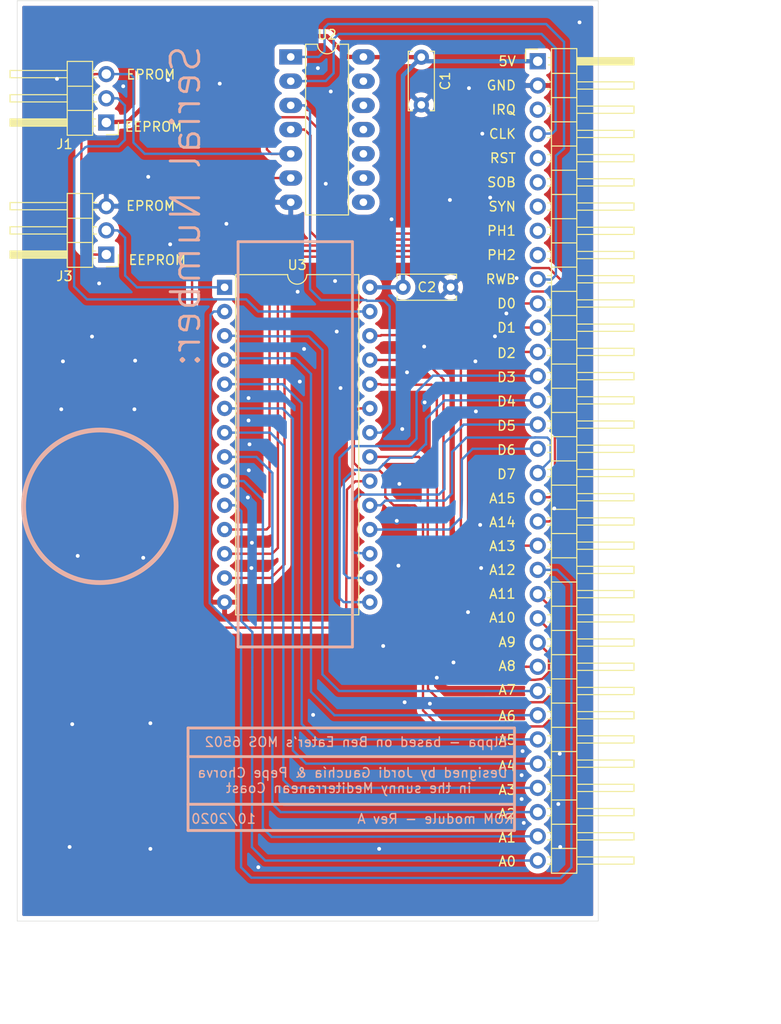
<source format=kicad_pcb>
(kicad_pcb (version 20171130) (host pcbnew "(5.1.5-0)")
  (layers (0 F.Cu signal) (31 B.Cu signal) (34 B.Paste user) (35 F.Paste user) (36 B.SilkS user) (37 F.SilkS user) (38 B.Mask user) (39 F.Mask user) (44 Edge.Cuts user))
  (net 0 "")
  (net 1 GND)
  (net 2 /CLK)
  (net 3 +5V)
  (net 4 /RWB)
  (net 5 /D0)
  (net 6 /D1)
  (net 7 /D2)
  (net 8 /D3)
  (net 9 /D4)
  (net 10 /D5)
  (net 11 /D6)
  (net 12 /D7)
  (net 13 /A15)
  (net 14 /A14)
  (net 15 /A13)
  (net 16 /A12)
  (net 17 /A11)
  (net 18 /A10)
  (net 19 /A9)
  (net 20 /A8)
  (net 21 /A7)
  (net 22 /A6)
  (net 23 /A5)
  (net 24 /A4)
  (net 25 /A3)
  (net 26 /A2)
  (net 27 /A1)
  (net 28 /A0)
  (net 29 /PIN1)
  (net 30 /PIN27)
  (net 31 /CE-CS)
  (net 32 /OE)
  (module Connector_PinHeader_2.54mm:PinHeader_1x03_P2.54mm_Horizontal (layer F.Cu) (at 109.675 75.005 180)
    (fp_text reference J1 (at 4.385 -2.27) (layer F.SilkS))
    (fp_text value Conn_01x03_Male)
    (pad 3 thru_hole oval (at 0 5.08 180) (size 1.7 1.7) (drill 1) (layers *.Cu *.Mask) (net 14 /A14))
    (pad 2 thru_hole oval (at 0 2.54 180) (size 1.7 1.7) (drill 1) (layers *.Cu *.Mask) (net 30 /PIN27))
    (pad 1 thru_hole rect (at 0 0 180) (size 1.7 1.7) (drill 1) (layers *.Cu *.Mask) (net 3 +5V))
  )
  (module Connector_PinHeader_2.54mm:PinHeader_1x34_P2.54mm_Horizontal (layer F.Cu) (at 154.94 68.58)
    (fp_text reference J2 hide)
    (fp_text value Conn_01x34_Male)
    (pad 1 thru_hole rect (at 0 0) (size 1.7 1.7) (drill 1) (layers *.Cu *.Mask) (net 3 +5V))
    (pad 2 thru_hole oval (at 0 2.54) (size 1.7 1.7) (drill 1) (layers *.Cu *.Mask) (net 1 GND))
    (pad 3 thru_hole oval (at 0 5.08) (size 1.7 1.7) (drill 1) (layers *.Cu *.Mask))
    (pad 4 thru_hole oval (at 0 7.62) (size 1.7 1.7) (drill 1) (layers *.Cu *.Mask) (net 2 /CLK))
    (pad 5 thru_hole oval (at 0 10.16) (size 1.7 1.7) (drill 1) (layers *.Cu *.Mask))
    (pad 6 thru_hole oval (at 0 12.7) (size 1.7 1.7) (drill 1) (layers *.Cu *.Mask))
    (pad 7 thru_hole oval (at 0 15.24) (size 1.7 1.7) (drill 1) (layers *.Cu *.Mask))
    (pad 8 thru_hole oval (at 0 17.78) (size 1.7 1.7) (drill 1) (layers *.Cu *.Mask))
    (pad 9 thru_hole oval (at 0 20.32) (size 1.7 1.7) (drill 1) (layers *.Cu *.Mask))
    (pad 10 thru_hole oval (at 0 22.86) (size 1.7 1.7) (drill 1) (layers *.Cu *.Mask) (net 4 /RWB))
    (pad 11 thru_hole oval (at 0 25.4) (size 1.7 1.7) (drill 1) (layers *.Cu *.Mask) (net 5 /D0))
    (pad 12 thru_hole oval (at 0 27.94) (size 1.7 1.7) (drill 1) (layers *.Cu *.Mask) (net 6 /D1))
    (pad 13 thru_hole oval (at 0 30.48) (size 1.7 1.7) (drill 1) (layers *.Cu *.Mask) (net 7 /D2))
    (pad 14 thru_hole oval (at 0 33.02) (size 1.7 1.7) (drill 1) (layers *.Cu *.Mask) (net 8 /D3))
    (pad 15 thru_hole oval (at 0 35.56) (size 1.7 1.7) (drill 1) (layers *.Cu *.Mask) (net 9 /D4))
    (pad 16 thru_hole oval (at 0 38.1) (size 1.7 1.7) (drill 1) (layers *.Cu *.Mask) (net 10 /D5))
    (pad 17 thru_hole oval (at 0 40.64) (size 1.7 1.7) (drill 1) (layers *.Cu *.Mask) (net 11 /D6))
    (pad 18 thru_hole oval (at 0 43.18) (size 1.7 1.7) (drill 1) (layers *.Cu *.Mask) (net 12 /D7))
    (pad 19 thru_hole oval (at 0 45.72) (size 1.7 1.7) (drill 1) (layers *.Cu *.Mask) (net 13 /A15))
    (pad 20 thru_hole oval (at 0 48.26) (size 1.7 1.7) (drill 1) (layers *.Cu *.Mask) (net 14 /A14))
    (pad 21 thru_hole oval (at 0 50.8) (size 1.7 1.7) (drill 1) (layers *.Cu *.Mask) (net 15 /A13))
    (pad 22 thru_hole oval (at 0 53.34) (size 1.7 1.7) (drill 1) (layers *.Cu *.Mask) (net 16 /A12))
    (pad 23 thru_hole oval (at 0 55.88) (size 1.7 1.7) (drill 1) (layers *.Cu *.Mask) (net 17 /A11))
    (pad 24 thru_hole oval (at 0 58.42) (size 1.7 1.7) (drill 1) (layers *.Cu *.Mask) (net 18 /A10))
    (pad 25 thru_hole oval (at 0 60.96) (size 1.7 1.7) (drill 1) (layers *.Cu *.Mask) (net 19 /A9))
    (pad 26 thru_hole oval (at 0 63.5) (size 1.7 1.7) (drill 1) (layers *.Cu *.Mask) (net 20 /A8))
    (pad 27 thru_hole oval (at 0 66.04) (size 1.7 1.7) (drill 1) (layers *.Cu *.Mask) (net 21 /A7))
    (pad 28 thru_hole oval (at 0 68.58) (size 1.7 1.7) (drill 1) (layers *.Cu *.Mask) (net 22 /A6))
    (pad 29 thru_hole oval (at 0 71.12) (size 1.7 1.7) (drill 1) (layers *.Cu *.Mask) (net 23 /A5))
    (pad 30 thru_hole oval (at 0 73.66) (size 1.7 1.7) (drill 1) (layers *.Cu *.Mask) (net 24 /A4))
    (pad 31 thru_hole oval (at 0 76.2) (size 1.7 1.7) (drill 1) (layers *.Cu *.Mask) (net 25 /A3))
    (pad 32 thru_hole oval (at 0 78.74) (size 1.7 1.7) (drill 1) (layers *.Cu *.Mask) (net 26 /A2))
    (pad 33 thru_hole oval (at 0 81.28) (size 1.7 1.7) (drill 1) (layers *.Cu *.Mask) (net 27 /A1))
    (pad 34 thru_hole oval (at 0 83.82) (size 1.7 1.7) (drill 1) (layers *.Cu *.Mask) (net 28 /A0))
  )
  (module Capacitor_THT:C_Disc_D6.0mm_W2.5mm_P5.00mm (layer F.Cu) (at 140.8 92.275)
    (fp_text reference C2 (at 2.5 0) (layer F.SilkS))
    (fp_text value 100µF)
    (pad 1 thru_hole circle (at 0 0) (size 1.6 1.6) (drill 0.8) (layers *.Cu *.Mask) (net 3 +5V))
    (pad 2 thru_hole circle (at 5 0) (size 1.6 1.6) (drill 0.8) (layers *.Cu *.Mask) (net 1 GND))
  )
  (module Package_DIP:DIP-14_W7.62mm_LongPads (layer F.Cu) (at 129.025 68.125)
    (fp_text reference U2 (at 3.81 -2.33) (layer F.SilkS))
    (fp_text value 74LS00)
    (pad 1 thru_hole rect (at 0 0) (size 2.4 1.6) (drill 0.8) (layers *.Cu *.Mask) (net 4 /RWB))
    (pad 8 thru_hole oval (at 7.62 15.24) (size 2.4 1.6) (drill 0.8) (layers *.Cu *.Mask))
    (pad 2 thru_hole oval (at 0 2.54) (size 2.4 1.6) (drill 0.8) (layers *.Cu *.Mask) (net 2 /CLK))
    (pad 9 thru_hole oval (at 7.62 12.7) (size 2.4 1.6) (drill 0.8) (layers *.Cu *.Mask))
    (pad 3 thru_hole oval (at 0 5.08) (size 2.4 1.6) (drill 0.8) (layers *.Cu *.Mask) (net 32 /OE))
    (pad 10 thru_hole oval (at 7.62 10.16) (size 2.4 1.6) (drill 0.8) (layers *.Cu *.Mask))
    (pad 4 thru_hole oval (at 0 7.62) (size 2.4 1.6) (drill 0.8) (layers *.Cu *.Mask) (net 13 /A15))
    (pad 11 thru_hole oval (at 7.62 7.62) (size 2.4 1.6) (drill 0.8) (layers *.Cu *.Mask))
    (pad 5 thru_hole oval (at 0 10.16) (size 2.4 1.6) (drill 0.8) (layers *.Cu *.Mask) (net 14 /A14))
    (pad 12 thru_hole oval (at 7.62 5.08) (size 2.4 1.6) (drill 0.8) (layers *.Cu *.Mask))
    (pad 6 thru_hole oval (at 0 12.7) (size 2.4 1.6) (drill 0.8) (layers *.Cu *.Mask) (net 31 /CE-CS))
    (pad 13 thru_hole oval (at 7.62 2.54) (size 2.4 1.6) (drill 0.8) (layers *.Cu *.Mask))
    (pad 7 thru_hole oval (at 0 15.24) (size 2.4 1.6) (drill 0.8) (layers *.Cu *.Mask) (net 1 GND))
    (pad 14 thru_hole oval (at 7.62 0) (size 2.4 1.6) (drill 0.8) (layers *.Cu *.Mask) (net 3 +5V))
  )
  (module Package_DIP:DIP-28_W15.24mm (layer F.Cu) (at 122.085 92.285)
    (fp_text reference U3 (at 7.62 -2.33) (layer F.SilkS))
    (fp_text value 27C512)
    (pad 1 thru_hole rect (at 0 0) (size 1.6 1.6) (drill 0.8) (layers *.Cu *.Mask) (net 29 /PIN1))
    (pad 15 thru_hole oval (at 15.24 33.02) (size 1.6 1.6) (drill 0.8) (layers *.Cu *.Mask) (net 8 /D3))
    (pad 2 thru_hole oval (at 0 2.54) (size 1.6 1.6) (drill 0.8) (layers *.Cu *.Mask) (net 16 /A12))
    (pad 16 thru_hole oval (at 15.24 30.48) (size 1.6 1.6) (drill 0.8) (layers *.Cu *.Mask) (net 9 /D4))
    (pad 3 thru_hole oval (at 0 5.08) (size 1.6 1.6) (drill 0.8) (layers *.Cu *.Mask) (net 21 /A7))
    (pad 17 thru_hole oval (at 15.24 27.94) (size 1.6 1.6) (drill 0.8) (layers *.Cu *.Mask) (net 10 /D5))
    (pad 4 thru_hole oval (at 0 7.62) (size 1.6 1.6) (drill 0.8) (layers *.Cu *.Mask) (net 22 /A6))
    (pad 18 thru_hole oval (at 15.24 25.4) (size 1.6 1.6) (drill 0.8) (layers *.Cu *.Mask) (net 11 /D6))
    (pad 5 thru_hole oval (at 0 10.16) (size 1.6 1.6) (drill 0.8) (layers *.Cu *.Mask) (net 23 /A5))
    (pad 19 thru_hole oval (at 15.24 22.86) (size 1.6 1.6) (drill 0.8) (layers *.Cu *.Mask) (net 12 /D7))
    (pad 6 thru_hole oval (at 0 12.7) (size 1.6 1.6) (drill 0.8) (layers *.Cu *.Mask) (net 24 /A4))
    (pad 20 thru_hole oval (at 15.24 20.32) (size 1.6 1.6) (drill 0.8) (layers *.Cu *.Mask) (net 31 /CE-CS))
    (pad 7 thru_hole oval (at 0 15.24) (size 1.6 1.6) (drill 0.8) (layers *.Cu *.Mask) (net 25 /A3))
    (pad 21 thru_hole oval (at 15.24 17.78) (size 1.6 1.6) (drill 0.8) (layers *.Cu *.Mask) (net 18 /A10))
    (pad 8 thru_hole oval (at 0 17.78) (size 1.6 1.6) (drill 0.8) (layers *.Cu *.Mask) (net 26 /A2))
    (pad 22 thru_hole oval (at 15.24 15.24) (size 1.6 1.6) (drill 0.8) (layers *.Cu *.Mask) (net 32 /OE))
    (pad 9 thru_hole oval (at 0 20.32) (size 1.6 1.6) (drill 0.8) (layers *.Cu *.Mask) (net 27 /A1))
    (pad 23 thru_hole oval (at 15.24 12.7) (size 1.6 1.6) (drill 0.8) (layers *.Cu *.Mask) (net 17 /A11))
    (pad 10 thru_hole oval (at 0 22.86) (size 1.6 1.6) (drill 0.8) (layers *.Cu *.Mask) (net 28 /A0))
    (pad 24 thru_hole oval (at 15.24 10.16) (size 1.6 1.6) (drill 0.8) (layers *.Cu *.Mask) (net 19 /A9))
    (pad 11 thru_hole oval (at 0 25.4) (size 1.6 1.6) (drill 0.8) (layers *.Cu *.Mask) (net 5 /D0))
    (pad 25 thru_hole oval (at 15.24 7.62) (size 1.6 1.6) (drill 0.8) (layers *.Cu *.Mask) (net 20 /A8))
    (pad 12 thru_hole oval (at 0 27.94) (size 1.6 1.6) (drill 0.8) (layers *.Cu *.Mask) (net 6 /D1))
    (pad 26 thru_hole oval (at 15.24 5.08) (size 1.6 1.6) (drill 0.8) (layers *.Cu *.Mask) (net 15 /A13))
    (pad 13 thru_hole oval (at 0 30.48) (size 1.6 1.6) (drill 0.8) (layers *.Cu *.Mask) (net 7 /D2))
    (pad 27 thru_hole oval (at 15.24 2.54) (size 1.6 1.6) (drill 0.8) (layers *.Cu *.Mask) (net 30 /PIN27))
    (pad 14 thru_hole oval (at 0 33.02) (size 1.6 1.6) (drill 0.8) (layers *.Cu *.Mask) (net 1 GND))
    (pad 28 thru_hole oval (at 15.24 0) (size 1.6 1.6) (drill 0.8) (layers *.Cu *.Mask) (net 3 +5V))
  )
  (module Connector_PinHeader_2.54mm:PinHeader_1x03_P2.54mm_Horizontal (layer F.Cu) (at 109.675 88.855 180)
    (fp_text reference J3 (at 4.385 -2.27) (layer F.SilkS))
    (fp_text value Conn_01x03_Male)
    (pad 1 thru_hole rect (at 0 0 180) (size 1.7 1.7) (drill 1) (layers *.Cu *.Mask) (net 14 /A14))
    (pad 2 thru_hole oval (at 0 2.54 180) (size 1.7 1.7) (drill 1) (layers *.Cu *.Mask) (net 29 /PIN1))
    (pad 3 thru_hole oval (at 0 5.08 180) (size 1.7 1.7) (drill 1) (layers *.Cu *.Mask) (net 1 GND))
  )
  (module Capacitor_THT:C_Disc_D6.0mm_W2.5mm_P5.00mm (layer F.Cu) (at 142.725 68.15 270)
    (fp_text reference C1 (at 2.5 -2.5 90) (layer F.SilkS))
    (fp_text value 100µF)
    (pad 1 thru_hole circle (at 0 0 270) (size 1.6 1.6) (drill 0.8) (layers *.Cu *.Mask) (net 3 +5V))
    (pad 2 thru_hole circle (at 5 0 270) (size 1.6 1.6) (drill 0.8) (layers *.Cu *.Mask) (net 1 GND))
  )
  (gr_text EPROM (at 114.35 69.975) (layer F.SilkS) (effects (font (size 1 1))))
  (gr_text EPROM (at 114.325 83.75) (layer F.SilkS) (effects (font (size 1 1))))
  (gr_text EEPROM (at 115.025 89.425) (layer F.SilkS) (effects (font (size 1 1))))
  (gr_text EEPROM (at 114.625 75.45) (layer F.SilkS) (effects (font (size 1 1))))
  (gr_text "Elppa - based on Ben Eater’s MOS 6502 \n\nDesigned by Jordi Gauchía & Pepe Chorva\n in the sunny Mediterranean Coast\n\nROM module - Rev A              10/2020" (at 135.5 144) (layer B.SilkS) (effects (font (size 1 1)) (justify mirror)))
  (gr_text "Serial Number:" (at 118 83.75 90) (layer B.SilkS) (effects (font (size 3 3) (thickness 0.3)) (justify mirror)))
  (gr_line (start 123.5 130) (end 123.5 87.5) (layer B.SilkS) (width 0.3))
  (gr_line (start 135.5 130) (end 123.5 130) (layer B.SilkS) (width 0.3))
  (gr_line (start 135.5 87.5) (end 135.5 130) (layer B.SilkS) (width 0.3))
  (gr_line (start 123.5 87.5) (end 135.5 87.5) (layer B.SilkS) (width 0.3))
  (gr_line (start 118.25 145.5) (end 118.25 142.5) (layer B.SilkS) (width 0.12))
  (gr_line (start 152.5 146.5) (end 118.25 146.5) (layer B.SilkS) (width 0.3))
  (gr_line (start 152.5 142.5) (end 152.5 145.5) (layer B.SilkS) (width 0.12))
  (gr_line (start 118.25 141.5) (end 152.5 141.5) (layer B.SilkS) (width 0.3))
  (gr_circle (center 109 115.25) (end 117 115.25) (layer B.SilkS) (width 0.5))
  (gr_line (start 118.25 138.5) (end 152.5 138.5) (layer B.SilkS) (width 0.3))
  (gr_line (start 118.25 149.25) (end 118.25 138.5) (layer B.SilkS) (width 0.3))
  (gr_line (start 152.5 149.25) (end 118.25 149.25) (layer B.SilkS) (width 0.3))
  (gr_line (start 152.5 138.5) (end 152.5 149.25) (layer B.SilkS) (width 0.3))
  (gr_text A0 (at 151.733143 152.5) (layer F.SilkS) (effects (font (size 1 1))))
  (gr_text A1 (at 151.733143 150) (layer F.SilkS) (effects (font (size 1 1))))
  (gr_text A2 (at 151.733143 147.5) (layer F.SilkS) (effects (font (size 1 1))))
  (gr_text A3 (at 151.733143 145) (layer F.SilkS) (effects (font (size 1 1))))
  (gr_text A4 (at 151.733143 142.5) (layer F.SilkS) (effects (font (size 1 1))))
  (gr_text A5 (at 151.733143 139.75) (layer F.SilkS) (effects (font (size 1 1))))
  (gr_text A6 (at 151.733143 137.25) (layer F.SilkS) (effects (font (size 1 1))))
  (gr_text A7 (at 151.733143 134.5) (layer F.SilkS) (effects (font (size 1 1))))
  (gr_text A8 (at 151.733143 132) (layer F.SilkS) (effects (font (size 1 1))))
  (gr_text A9 (at 151.733143 129.5) (layer F.SilkS) (effects (font (size 1 1))))
  (gr_text A10 (at 152.712905 126.927) (layer F.SilkS) (effects (font (size 1 1)) (justify right)))
  (gr_text A11 (at 152.712905 124.427) (layer F.SilkS) (effects (font (size 1 1)) (justify right)))
  (gr_text A12 (at 152.712905 121.927) (layer F.SilkS) (effects (font (size 1 1)) (justify right)))
  (gr_text A13 (at 152.712905 119.427) (layer F.SilkS) (effects (font (size 1 1)) (justify right)))
  (gr_text A14 (at 152.712905 116.927) (layer F.SilkS) (effects (font (size 1 1)) (justify right)))
  (gr_text A15 (at 152.712905 114.427) (layer F.SilkS) (effects (font (size 1 1)) (justify right)))
  (gr_text D6 (at 151.661714 109.347) (layer F.SilkS) (effects (font (size 1 1))))
  (gr_text D7 (at 151.661714 111.887) (layer F.SilkS) (effects (font (size 1 1))))
  (gr_text D5 (at 151.661714 106.807) (layer F.SilkS) (effects (font (size 1 1))))
  (gr_text D4 (at 151.661714 104.267) (layer F.SilkS) (effects (font (size 1 1))))
  (gr_text D2 (at 151.661714 99.187) (layer F.SilkS) (effects (font (size 1 1))))
  (gr_text D3 (at 151.661714 101.727) (layer F.SilkS) (effects (font (size 1 1))))
  (gr_text D1 (at 151.661714 96.52) (layer F.SilkS) (effects (font (size 1 1))))
  (gr_text D0 (at 151.661714 93.98) (layer F.SilkS) (effects (font (size 1 1))))
  (gr_text RWB (at 151.066476 91.44) (layer F.SilkS) (effects (font (size 1 1))))
  (gr_text PH2 (at 151.137905 88.9) (layer F.SilkS) (effects (font (size 1 1))))
  (gr_text PH1 (at 151.137905 86.36) (layer F.SilkS) (effects (font (size 1 1))))
  (gr_text SYN (at 151.209333 83.82) (layer F.SilkS) (effects (font (size 1 1))))
  (gr_text SOB (at 151.137905 81.28) (layer F.SilkS) (effects (font (size 1 1))))
  (gr_text RST (at 151.280762 78.74) (layer F.SilkS) (effects (font (size 1 1))))
  (gr_text CLK (at 151.233143 76.2) (layer F.SilkS) (effects (font (size 1 1))))
  (gr_text IRQ (at 151.376 73.66) (layer F.SilkS) (effects (font (size 1 1))))
  (gr_text GND (at 151.114095 71.12) (layer F.SilkS) (effects (font (size 1 1))))
  (gr_text 5V (at 151.733143 68.58) (layer F.SilkS) (effects (font (size 1 1))))
  (gr_line (start 100.33 62.23) (end 161.29 62.23) (layer Edge.Cuts) (width 0.05))
  (gr_line (start 100.33 158.75) (end 100.33 62.23) (layer Edge.Cuts) (width 0.05))
  (gr_line (start 161.29 158.75) (end 100.33 158.75) (layer Edge.Cuts) (width 0.05))
  (gr_line (start 161.29 63.5) (end 161.29 62.23) (layer Edge.Cuts) (width 0.05))
  (gr_line (start 161.29 63.5) (end 161.29 158.75) (layer Edge.Cuts) (width 0.05))
  (via (at 105.125 100.05) (size 0.8) (drill 0.4) (layers F.Cu B.Cu) (net 1))
  (via (at 112.7 99.975) (size 0.8) (drill 0.4) (layers F.Cu B.Cu) (net 1))
  (via (at 104.95 105.075) (size 0.8) (drill 0.4) (layers F.Cu B.Cu) (net 1))
  (via (at 112.625 105.075) (size 0.8) (drill 0.4) (layers F.Cu B.Cu) (net 1))
  (via (at 150.45 97.425) (size 0.8) (drill 0.4) (layers F.Cu B.Cu) (net 1))
  (via (at 148.4 100.05) (size 0.8) (drill 0.4) (layers F.Cu B.Cu) (net 1))
  (via (at 143.025 98.5) (size 0.8) (drill 0.4) (layers F.Cu B.Cu) (net 1))
  (via (at 141.225 101.2) (size 0.8) (drill 0.4) (layers F.Cu B.Cu) (net 1))
  (via (at 140.725 107.15) (size 0.8) (drill 0.4) (layers F.Cu B.Cu) (net 1))
  (via (at 143.075 104.35) (size 0.8) (drill 0.4) (layers F.Cu B.Cu) (net 1))
  (via (at 148.45 105.3) (size 0.8) (drill 0.4) (layers F.Cu B.Cu) (net 1))
  (via (at 148.9 117.2) (size 0.8) (drill 0.4) (layers F.Cu B.Cu) (net 1))
  (via (at 149 121.725) (size 0.8) (drill 0.4) (layers F.Cu B.Cu) (net 1))
  (via (at 140.975 135.8) (size 0.8) (drill 0.4) (layers F.Cu B.Cu) (net 1))
  (via (at 143.625 135.95) (size 0.8) (drill 0.4) (layers F.Cu B.Cu) (net 1))
  (via (at 146.1 131.625) (size 0.8) (drill 0.4) (layers F.Cu B.Cu) (net 1))
  (via (at 144.35 133.225) (size 0.8) (drill 0.4) (layers F.Cu B.Cu) (net 1))
  (via (at 149.125 76.175) (size 0.8) (drill 0.4) (layers F.Cu B.Cu) (net 1))
  (via (at 133.225 71.75) (size 0.8) (drill 0.4) (layers F.Cu B.Cu) (net 1))
  (via (at 151.65 95.025) (size 0.8) (drill 0.4) (layers F.Cu B.Cu) (net 1))
  (via (at 133.85 96.925) (size 0.8) (drill 0.4) (layers F.Cu B.Cu) (net 1))
  (via (at 108.175 97.45) (size 0.8) (drill 0.4) (layers F.Cu B.Cu) (net 1))
  (via (at 108.925 91.875) (size 0.8) (drill 0.4) (layers F.Cu B.Cu) (net 1))
  (via (at 130.425 98.75) (size 0.8) (drill 0.4) (layers F.Cu B.Cu) (net 1))
  (via (at 129.975 102.175) (size 0.8) (drill 0.4) (layers F.Cu B.Cu) (net 1))
  (via (at 124.6 106.25) (size 0.8) (drill 0.4) (layers F.Cu B.Cu) (net 1))
  (via (at 124.6 103.9) (size 0.8) (drill 0.4) (layers F.Cu B.Cu) (net 1))
  (via (at 124.7 108.75) (size 0.8) (drill 0.4) (layers F.Cu B.Cu) (net 1))
  (via (at 124.625 111.475) (size 0.8) (drill 0.4) (layers F.Cu B.Cu) (net 1))
  (via (at 124.525 114.325) (size 0.8) (drill 0.4) (layers F.Cu B.Cu) (net 1))
  (via (at 140.425 112.9) (size 0.8) (drill 0.4) (layers F.Cu B.Cu) (net 1))
  (via (at 140.15 116.775) (size 0.8) (drill 0.4) (layers F.Cu B.Cu) (net 1))
  (via (at 106.675 120.45) (size 0.8) (drill 0.4) (layers F.Cu B.Cu) (net 1))
  (via (at 113.55 120.65) (size 0.8) (drill 0.4) (layers F.Cu B.Cu) (net 1))
  (via (at 106.1 138.1) (size 0.8) (drill 0.4) (layers F.Cu B.Cu) (net 1))
  (via (at 114.3 138) (size 0.8) (drill 0.4) (layers F.Cu B.Cu) (net 1))
  (via (at 105.825 150.975) (size 0.8) (drill 0.4) (layers F.Cu B.Cu) (net 1))
  (via (at 114.3 151.175) (size 0.8) (drill 0.4) (layers F.Cu B.Cu) (net 1))
  (via (at 124.9 121.725) (size 0.8) (drill 0.4) (layers F.Cu B.Cu) (net 1))
  (via (at 124.95 119.075) (size 0.8) (drill 0.4) (layers F.Cu B.Cu) (net 1))
  (via (at 138.725 129.9) (size 0.8) (drill 0.4) (layers F.Cu B.Cu) (net 1))
  (via (at 147.625 126.35) (size 0.8) (drill 0.4) (layers F.Cu B.Cu) (net 1))
  (via (at 140.325 121.475) (size 0.8) (drill 0.4) (layers F.Cu B.Cu) (net 1))
  (via (at 134.25 102.85) (size 0.8) (drill 0.4) (layers F.Cu B.Cu) (net 1))
  (via (at 129.75 92.75) (size 0.8) (drill 0.4) (layers F.Cu B.Cu) (net 1))
  (via (at 133.675 91.625) (size 0.8) (drill 0.4) (layers F.Cu B.Cu) (net 1))
  (via (at 139.6 85.15) (size 0.8) (drill 0.4) (layers F.Cu B.Cu) (net 1))
  (via (at 122.275 85.625) (size 0.8) (drill 0.4) (layers F.Cu B.Cu) (net 1))
  (via (at 145.725 83.125) (size 0.8) (drill 0.4) (layers F.Cu B.Cu) (net 1))
  (via (at 132.7 81.425) (size 0.8) (drill 0.4) (layers F.Cu B.Cu) (net 1))
  (via (at 121.575 70.925) (size 0.8) (drill 0.4) (layers F.Cu B.Cu) (net 1))
  (via (at 114.075 80.7) (size 0.8) (drill 0.4) (layers F.Cu B.Cu) (net 1))
  (via (at 147.725 71.4) (size 0.8) (drill 0.4) (layers F.Cu B.Cu) (net 1))
  (via (at 138.3 151.175) (size 0.8) (drill 0.4) (layers F.Cu B.Cu) (net 1))
  (via (at 125.625 153.1) (size 0.8) (drill 0.4) (layers F.Cu B.Cu) (net 1))
  (via (at 153.475 148.45) (size 0.8) (drill 0.4) (layers F.Cu B.Cu) (net 1))
  (via (at 153.25 145.95) (size 0.8) (drill 0.4) (layers F.Cu B.Cu) (net 1))
  (via (at 153.25 143.45) (size 0.8) (drill 0.4) (layers F.Cu B.Cu) (net 1))
  (via (at 153.35 140.925) (size 0.8) (drill 0.4) (layers F.Cu B.Cu) (net 1))
  (via (at 131.375 137.125) (size 0.8) (drill 0.4) (layers F.Cu B.Cu) (net 1))
  (via (at 157.25 141.2) (size 0.8) (drill 0.4) (layers F.Cu B.Cu) (net 1))
  (via (at 157.1 146.475) (size 0.8) (drill 0.4) (layers F.Cu B.Cu) (net 1))
  (via (at 157.3 150.975) (size 0.8) (drill 0.4) (layers F.Cu B.Cu) (net 1))
  (via (at 159.325 64.5) (size 0.8) (drill 0.4) (layers F.Cu B.Cu) (net 1))
  (via (at 156.675 115.475) (size 0.8) (drill 0.4) (layers F.Cu B.Cu) (net 1))
  (via (at 152.725 91.325) (size 0.8) (drill 0.4) (layers F.Cu B.Cu) (net 1))
  (via (at 111.45 71.2) (size 0.8) (drill 0.4) (layers F.Cu B.Cu) (net 1))
  (via (at 131.875 69.3) (size 0.8) (drill 0.4) (layers F.Cu B.Cu) (net 1))
  (via (at 116.15 70.55) (size 0.8) (drill 0.4) (layers F.Cu B.Cu) (net 1))
  (via (at 104.5 70.425) (size 0.8) (drill 0.4) (layers F.Cu B.Cu) (net 1))
  (via (at 116.375 87.775) (size 0.8) (drill 0.4) (layers F.Cu B.Cu) (net 1))
  (via (at 149.95 82.875) (size 0.8) (drill 0.4) (layers F.Cu B.Cu) (net 1))
  (segment (start 156.475 76.15) (end 154.94 76.2) (width 0.25) (layer B.Cu) (net 2))
  (segment (start 156.825 67.2) (end 156.825 75.8) (width 0.25) (layer B.Cu) (net 2))
  (segment (start 133.525 66.25) (end 134.06 65.715) (width 0.25) (layer B.Cu) (net 2))
  (segment (start 155.34 65.715) (end 156.825 67.2) (width 0.25) (layer B.Cu) (net 2))
  (segment (start 133.525 69.825) (end 133.525 66.25) (width 0.25) (layer B.Cu) (net 2))
  (segment (start 156.825 75.8) (end 156.475 76.15) (width 0.25) (layer B.Cu) (net 2))
  (segment (start 134.06 65.715) (end 155.34 65.715) (width 0.25) (layer B.Cu) (net 2))
  (segment (start 130.475 70.665) (end 130.49 70.65) (width 0.25) (layer B.Cu) (net 2))
  (segment (start 132.7 70.65) (end 133.525 69.825) (width 0.25) (layer B.Cu) (net 2))
  (segment (start 130.49 70.65) (end 132.7 70.65) (width 0.25) (layer B.Cu) (net 2))
  (segment (start 129.025 70.665) (end 130.475 70.665) (width 0.25) (layer B.Cu) (net 2))
  (segment (start 143.155 68.58) (end 142.725 68.15) (width 0.45) (layer B.Cu) (net 3))
  (segment (start 154.94 68.58) (end 143.155 68.58) (width 0.45) (layer B.Cu) (net 3))
  (segment (start 136.67 68.15) (end 136.645 68.125) (width 0.45) (layer B.Cu) (net 3))
  (segment (start 140.79 92.285) (end 140.8 92.275) (width 0.45) (layer B.Cu) (net 3))
  (segment (start 137.325 92.285) (end 140.79 92.285) (width 0.45) (layer B.Cu) (net 3))
  (segment (start 140.8 70.075) (end 142.725 68.15) (width 0.45) (layer B.Cu) (net 3))
  (segment (start 140.8 92.275) (end 140.8 70.075) (width 0.45) (layer B.Cu) (net 3))
  (segment (start 136.67 68.15) (end 136.645 68.125) (width 0.45) (layer F.Cu) (net 3))
  (segment (start 142.725 68.15) (end 136.67 68.15) (width 0.45) (layer F.Cu) (net 3))
  (segment (start 112 74.875) (end 109.675 75.005) (width 0.45) (layer F.Cu) (net 3))
  (segment (start 113.45 73.425) (end 112 74.875) (width 0.45) (layer F.Cu) (net 3))
  (segment (start 134.995 68.125) (end 132.82 65.95) (width 0.45) (layer F.Cu) (net 3))
  (segment (start 116.15 65.95) (end 113.45 68.65) (width 0.45) (layer F.Cu) (net 3))
  (segment (start 136.645 68.125) (end 134.995 68.125) (width 0.45) (layer F.Cu) (net 3))
  (segment (start 132.82 65.95) (end 116.15 65.95) (width 0.45) (layer F.Cu) (net 3))
  (segment (start 113.45 68.65) (end 113.45 73.425) (width 0.45) (layer F.Cu) (net 3))
  (segment (start 156.375 91.475) (end 154.94 91.44) (width 0.25) (layer B.Cu) (net 4))
  (segment (start 157.625 77.8) (end 156.85 78.475) (width 0.25) (layer B.Cu) (net 4))
  (segment (start 156.85 78.475) (end 156.85 91) (width 0.25) (layer B.Cu) (net 4))
  (segment (start 157.7 66.55) (end 157.7 77.725) (width 0.25) (layer B.Cu) (net 4))
  (segment (start 156.85 91) (end 156.375 91.475) (width 0.25) (layer B.Cu) (net 4))
  (segment (start 155.825 64.675) (end 157.7 66.55) (width 0.25) (layer B.Cu) (net 4))
  (segment (start 132.95 64.675) (end 155.825 64.675) (width 0.25) (layer B.Cu) (net 4))
  (segment (start 157.7 77.725) (end 157.625 77.8) (width 0.25) (layer B.Cu) (net 4))
  (segment (start 131.95 68.125) (end 132.575 67.5) (width 0.25) (layer B.Cu) (net 4))
  (segment (start 132.575 67.5) (end 132.575 65.05) (width 0.25) (layer B.Cu) (net 4))
  (segment (start 132.575 65.05) (end 132.95 64.675) (width 0.25) (layer B.Cu) (net 4))
  (segment (start 129.025 68.125) (end 131.95 68.125) (width 0.25) (layer B.Cu) (net 4))
  (segment (start 150.675 93.15) (end 151.5 93.975) (width 0.25) (layer F.Cu) (net 5))
  (segment (start 150.675 88.65) (end 150.675 93.15) (width 0.25) (layer F.Cu) (net 5))
  (segment (start 151.5 93.975) (end 154.94 93.98) (width 0.25) (layer F.Cu) (net 5))
  (segment (start 149.925 87.9) (end 150.675 88.65) (width 0.25) (layer F.Cu) (net 5))
  (segment (start 126.8 117.375) (end 126.8 89.975) (width 0.25) (layer F.Cu) (net 5))
  (segment (start 128.875 87.9) (end 149.925 87.9) (width 0.25) (layer F.Cu) (net 5))
  (segment (start 126.8 89.975) (end 128.875 87.9) (width 0.25) (layer F.Cu) (net 5))
  (segment (start 126.49 117.685) (end 126.8 117.375) (width 0.25) (layer F.Cu) (net 5))
  (segment (start 122.085 117.685) (end 126.49 117.685) (width 0.25) (layer F.Cu) (net 5))
  (segment (start 150.65 96.5) (end 151.675 96.475) (width 0.25) (layer F.Cu) (net 6))
  (segment (start 149.875 95.725) (end 150.65 96.5) (width 0.25) (layer F.Cu) (net 6))
  (segment (start 151.675 96.475) (end 154.94 96.52) (width 0.25) (layer F.Cu) (net 6))
  (segment (start 149.875 89.125) (end 149.875 95.725) (width 0.25) (layer F.Cu) (net 6))
  (segment (start 127.075 120.225) (end 127.675 119.625) (width 0.25) (layer F.Cu) (net 6))
  (segment (start 127.675 90.025) (end 129.225 88.475) (width 0.25) (layer F.Cu) (net 6))
  (segment (start 127.675 119.625) (end 127.675 90.025) (width 0.25) (layer F.Cu) (net 6))
  (segment (start 149.225 88.475) (end 149.875 89.125) (width 0.25) (layer F.Cu) (net 6))
  (segment (start 129.225 88.475) (end 149.225 88.475) (width 0.25) (layer F.Cu) (net 6))
  (segment (start 122.085 120.225) (end 127.075 120.225) (width 0.25) (layer F.Cu) (net 6))
  (segment (start 128.375 121.325) (end 128.375 90.45) (width 0.25) (layer F.Cu) (net 7))
  (segment (start 126.935 122.765) (end 128.375 121.325) (width 0.25) (layer F.Cu) (net 7))
  (segment (start 128.375 90.45) (end 129.75 89.075) (width 0.25) (layer F.Cu) (net 7))
  (segment (start 122.085 122.765) (end 126.935 122.765) (width 0.25) (layer F.Cu) (net 7))
  (segment (start 149.025 89.725) (end 149.025 98.1) (width 0.25) (layer F.Cu) (net 7))
  (segment (start 149.985 99.06) (end 154.94 99.06) (width 0.25) (layer F.Cu) (net 7))
  (segment (start 149.025 98.1) (end 149.985 99.06) (width 0.25) (layer F.Cu) (net 7))
  (segment (start 143.975 89.1) (end 148.375 89.1) (width 0.25) (layer F.Cu) (net 7))
  (segment (start 129.75 89.075) (end 143.95 89.075) (width 0.25) (layer F.Cu) (net 7))
  (segment (start 143.95 89.075) (end 143.975 89.1) (width 0.25) (layer F.Cu) (net 7))
  (segment (start 148.375 89.1) (end 149.025 89.725) (width 0.25) (layer F.Cu) (net 7))
  (segment (start 136.19363 125.305) (end 137.325 125.305) (width 0.25) (layer B.Cu) (net 8))
  (segment (start 136.18863 125.3) (end 136.19363 125.305) (width 0.25) (layer B.Cu) (net 8))
  (segment (start 134.625 125.3) (end 136.18863 125.3) (width 0.25) (layer B.Cu) (net 8))
  (segment (start 134.55 125.275) (end 134.625 125.3) (width 0.25) (layer B.Cu) (net 8))
  (segment (start 142.225 108.15) (end 141.435001 108.939999) (width 0.25) (layer B.Cu) (net 8))
  (segment (start 142.225 103.275) (end 142.225 108.15) (width 0.25) (layer B.Cu) (net 8))
  (segment (start 141.435001 108.939999) (end 135.385001 108.939999) (width 0.25) (layer B.Cu) (net 8))
  (segment (start 143.95 101.55) (end 142.225 103.275) (width 0.25) (layer B.Cu) (net 8))
  (segment (start 153.687919 101.55) (end 143.95 101.55) (width 0.25) (layer B.Cu) (net 8))
  (segment (start 153.737919 101.6) (end 153.687919 101.55) (width 0.25) (layer B.Cu) (net 8))
  (segment (start 154.94 101.6) (end 153.737919 101.6) (width 0.25) (layer B.Cu) (net 8))
  (segment (start 134.14999 124.880812) (end 134.14999 110.15001) (width 0.25) (layer B.Cu) (net 8))
  (segment (start 134.14999 110.15001) (end 134.375 109.925) (width 0.25) (layer B.Cu) (net 8))
  (segment (start 134.334589 125.065411) (end 134.14999 124.880812) (width 0.25) (layer B.Cu) (net 8))
  (segment (start 134.334589 125.065411) (end 134.55 125.275) (width 0.25) (layer B.Cu) (net 8))
  (segment (start 135.385001 108.939999) (end 134.375 109.925) (width 0.25) (layer B.Cu) (net 8))
  (segment (start 135.065 122.765) (end 137.325 122.765) (width 0.25) (layer B.Cu) (net 9))
  (segment (start 143.225 106.075) (end 145.16 104.14) (width 0.25) (layer B.Cu) (net 9))
  (segment (start 154.94 104.14) (end 145.16 104.14) (width 0.25) (layer B.Cu) (net 9))
  (segment (start 143.225 108.75) (end 143.15 108.75) (width 0.25) (layer B.Cu) (net 9))
  (segment (start 143.225 108.75) (end 143.225 106.075) (width 0.25) (layer B.Cu) (net 9))
  (segment (start 143.15 108.75) (end 141.75 110.15) (width 0.25) (layer B.Cu) (net 9))
  (segment (start 139.45 110.15) (end 138.175 111.425) (width 0.25) (layer B.Cu) (net 9))
  (segment (start 141.75 110.15) (end 139.45 110.15) (width 0.25) (layer B.Cu) (net 9))
  (segment (start 135.868903 111.443903) (end 135.656097 111.443903) (width 0.25) (layer B.Cu) (net 9))
  (segment (start 138.175 111.425) (end 135.868903 111.443903) (width 0.25) (layer B.Cu) (net 9))
  (segment (start 134.6 112.5) (end 134.6 122.3) (width 0.25) (layer B.Cu) (net 9))
  (segment (start 135.656097 111.443903) (end 134.6 112.5) (width 0.25) (layer B.Cu) (net 9))
  (segment (start 134.6 122.3) (end 135.065 122.765) (width 0.25) (layer B.Cu) (net 9))
  (segment (start 145.15 113.45) (end 145.15 108.6) (width 0.25) (layer B.Cu) (net 10))
  (segment (start 144.580001 114.019999) (end 145.15 113.45) (width 0.25) (layer B.Cu) (net 10))
  (segment (start 136.180001 114.019999) (end 144.580001 114.019999) (width 0.25) (layer B.Cu) (net 10))
  (segment (start 135.475 114.725) (end 136.180001 114.019999) (width 0.25) (layer B.Cu) (net 10))
  (segment (start 135.475 119.9) (end 135.475 114.725) (width 0.25) (layer B.Cu) (net 10))
  (segment (start 135.7 120.125) (end 135.475 119.9) (width 0.25) (layer B.Cu) (net 10))
  (segment (start 137.325 120.225) (end 135.7 120.125) (width 0.25) (layer B.Cu) (net 10))
  (segment (start 147.17 106.68) (end 146.125 107.725) (width 0.25) (layer B.Cu) (net 10))
  (segment (start 154.94 106.68) (end 147.17 106.68) (width 0.25) (layer B.Cu) (net 10))
  (segment (start 146.125 107.725) (end 145.15 108.6) (width 0.25) (layer B.Cu) (net 10))
  (segment (start 145.64 117.685) (end 146.925 116.4) (width 0.25) (layer B.Cu) (net 11))
  (segment (start 137.325 117.685) (end 145.64 117.685) (width 0.25) (layer B.Cu) (net 11))
  (segment (start 154.94 109.22) (end 148.105 109.22) (width 0.25) (layer B.Cu) (net 11))
  (segment (start 146.975 110.35) (end 146.975 114.6) (width 0.25) (layer B.Cu) (net 11))
  (segment (start 148.105 109.22) (end 146.975 110.35) (width 0.25) (layer B.Cu) (net 11))
  (segment (start 146.925 116.4) (end 146.975 114.6) (width 0.25) (layer B.Cu) (net 11))
  (segment (start 156.3 110.4) (end 154.94 111.76) (width 0.25) (layer B.Cu) (net 12))
  (segment (start 156.3 108.4) (end 156.3 110.4) (width 0.25) (layer B.Cu) (net 12))
  (segment (start 154.65 108.025) (end 155.944999 108.044999) (width 0.25) (layer B.Cu) (net 12))
  (segment (start 155.944999 108.044999) (end 156.3 108.4) (width 0.25) (layer B.Cu) (net 12))
  (segment (start 147.459087 108.040913) (end 154.634087 108.040913) (width 0.25) (layer B.Cu) (net 12))
  (segment (start 145.95 109.55) (end 147.459087 108.040913) (width 0.25) (layer B.Cu) (net 12))
  (segment (start 145.95 113.9) (end 145.95 109.55) (width 0.25) (layer B.Cu) (net 12))
  (segment (start 145.2 114.65) (end 145.95 113.9) (width 0.25) (layer B.Cu) (net 12))
  (segment (start 154.634087 108.040913) (end 154.65 108.025) (width 0.25) (layer B.Cu) (net 12))
  (segment (start 138.95137 114.65) (end 145.2 114.65) (width 0.25) (layer B.Cu) (net 12))
  (segment (start 138.45637 115.145) (end 138.95137 114.65) (width 0.25) (layer B.Cu) (net 12))
  (segment (start 137.325 115.145) (end 138.45637 115.145) (width 0.25) (layer B.Cu) (net 12))
  (segment (start 156.142081 114.3) (end 154.94 114.3) (width 0.25) (layer F.Cu) (net 13))
  (segment (start 156.325 114.275) (end 156.167081 114.275) (width 0.25) (layer F.Cu) (net 13))
  (segment (start 156.75 113.85) (end 156.325 114.275) (width 0.25) (layer F.Cu) (net 13))
  (segment (start 156.75 112.35) (end 156.75 113.85) (width 0.25) (layer F.Cu) (net 13))
  (segment (start 156.225 92.725) (end 156.675 93.175) (width 0.25) (layer F.Cu) (net 13))
  (segment (start 150.525 87.275) (end 151.375 88.125) (width 0.25) (layer F.Cu) (net 13))
  (segment (start 131.925 87.275) (end 150.525 87.275) (width 0.25) (layer F.Cu) (net 13))
  (segment (start 129.025 75.745) (end 130.475 75.745) (width 0.25) (layer F.Cu) (net 13))
  (segment (start 131.075 86.425) (end 131.925 87.275) (width 0.25) (layer F.Cu) (net 13))
  (segment (start 156.167081 114.275) (end 156.142081 114.3) (width 0.25) (layer F.Cu) (net 13))
  (segment (start 152.45 92.725) (end 156.225 92.725) (width 0.25) (layer F.Cu) (net 13))
  (segment (start 131.075 85.15) (end 131.075 86.425) (width 0.25) (layer F.Cu) (net 13))
  (segment (start 131.1 76.37) (end 131.075 85.15) (width 0.25) (layer F.Cu) (net 13))
  (segment (start 130.475 75.745) (end 131.1 76.37) (width 0.25) (layer F.Cu) (net 13))
  (segment (start 151.375 91.65) (end 152.45 92.725) (width 0.25) (layer F.Cu) (net 13))
  (segment (start 156.675 93.175) (end 156.75 112.35) (width 0.25) (layer F.Cu) (net 13))
  (segment (start 151.375 88.125) (end 151.375 91.65) (width 0.25) (layer F.Cu) (net 13))
  (segment (start 110.05 88.825) (end 108.95 88.825) (width 0.25) (layer B.Cu) (net 14))
  (segment (start 127.575 78.285) (end 129.025 78.285) (width 0.25) (layer F.Cu) (net 14))
  (segment (start 152.460001 90.264999) (end 151.95 89.754998) (width 0.25) (layer F.Cu) (net 14))
  (segment (start 127 78.3) (end 127.56 78.3) (width 0.25) (layer F.Cu) (net 14))
  (segment (start 127.56 78.3) (end 127.575 78.285) (width 0.25) (layer F.Cu) (net 14))
  (segment (start 156.114999 90.264999) (end 152.460001 90.264999) (width 0.25) (layer F.Cu) (net 14))
  (segment (start 131.974999 84.999999) (end 131.974999 75.724999) (width 0.25) (layer F.Cu) (net 14))
  (segment (start 131.95 84.9) (end 131.974999 84.999999) (width 0.25) (layer F.Cu) (net 14))
  (segment (start 131.95 85.725) (end 131.95 84.9) (width 0.25) (layer F.Cu) (net 14))
  (segment (start 157.675 113.95) (end 157.575 91.725) (width 0.25) (layer F.Cu) (net 14))
  (segment (start 151.95 87.675) (end 150.925 86.65) (width 0.25) (layer F.Cu) (net 14))
  (segment (start 130.7 74.45) (end 127.25 74.45) (width 0.25) (layer F.Cu) (net 14))
  (segment (start 156.142081 116.84) (end 156.182081 116.8) (width 0.25) (layer F.Cu) (net 14))
  (segment (start 157.675 116.05) (end 157.675 113.95) (width 0.25) (layer F.Cu) (net 14))
  (segment (start 157.575 91.725) (end 156.114999 90.264999) (width 0.25) (layer F.Cu) (net 14))
  (segment (start 126.525 75.175) (end 126.525 77.825) (width 0.25) (layer F.Cu) (net 14))
  (segment (start 132.875 86.65) (end 131.95 85.725) (width 0.25) (layer F.Cu) (net 14))
  (segment (start 156.925 116.8) (end 157.675 116.05) (width 0.25) (layer F.Cu) (net 14))
  (segment (start 151.95 89.754998) (end 151.95 87.675) (width 0.25) (layer F.Cu) (net 14))
  (segment (start 150.925 86.65) (end 132.875 86.65) (width 0.25) (layer F.Cu) (net 14))
  (segment (start 156.182081 116.8) (end 156.925 116.8) (width 0.25) (layer F.Cu) (net 14))
  (segment (start 131.974999 75.724999) (end 130.7 74.45) (width 0.25) (layer F.Cu) (net 14))
  (segment (start 126.525 77.825) (end 127 78.3) (width 0.25) (layer F.Cu) (net 14))
  (segment (start 127.25 74.45) (end 126.525 75.175) (width 0.25) (layer F.Cu) (net 14))
  (segment (start 154.94 116.84) (end 156.142081 116.84) (width 0.25) (layer F.Cu) (net 14))
  (segment (start 109.675 69.925) (end 112.225 69.925) (width 0.25) (layer B.Cu) (net 14))
  (segment (start 112.225 69.925) (end 112.525 70.225) (width 0.25) (layer B.Cu) (net 14))
  (segment (start 112.525 70.225) (end 112.525 77.1) (width 0.25) (layer B.Cu) (net 14))
  (segment (start 113.71 78.285) (end 129.025 78.285) (width 0.25) (layer B.Cu) (net 14))
  (segment (start 112.525 77.1) (end 113.71 78.285) (width 0.25) (layer B.Cu) (net 14))
  (segment (start 108.472919 69.925) (end 108.447919 69.95) (width 0.25) (layer F.Cu) (net 14))
  (segment (start 109.675 69.925) (end 108.472919 69.925) (width 0.25) (layer F.Cu) (net 14))
  (segment (start 108.447919 69.95) (end 107.55 69.95) (width 0.25) (layer F.Cu) (net 14))
  (segment (start 107.55 69.95) (end 107.075 70.425) (width 0.25) (layer F.Cu) (net 14))
  (segment (start 108.575 88.855) (end 109.675 88.855) (width 0.25) (layer F.Cu) (net 14))
  (segment (start 108.575 88.855) (end 108.57 88.85) (width 0.25) (layer F.Cu) (net 14))
  (segment (start 108.57 88.85) (end 107.75 88.85) (width 0.25) (layer F.Cu) (net 14))
  (segment (start 107.05 88.15) (end 107.05 86.925) (width 0.25) (layer F.Cu) (net 14))
  (segment (start 107.75 88.85) (end 107.05 88.15) (width 0.25) (layer F.Cu) (net 14))
  (segment (start 107.075 70.425) (end 107.05 86.925) (width 0.25) (layer F.Cu) (net 14))
  (segment (start 138.45637 97.365) (end 138.52137 97.3) (width 0.25) (layer F.Cu) (net 15))
  (segment (start 137.325 97.365) (end 138.45637 97.365) (width 0.25) (layer F.Cu) (net 15))
  (segment (start 138.52137 97.3) (end 146.325 97.3) (width 0.25) (layer F.Cu) (net 15))
  (segment (start 146.325 97.3) (end 146.875 97.85) (width 0.25) (layer F.Cu) (net 15))
  (segment (start 146.875 97.85) (end 146.875 117.625) (width 0.25) (layer F.Cu) (net 15))
  (segment (start 148.63 119.38) (end 154.94 119.38) (width 0.25) (layer F.Cu) (net 15))
  (segment (start 146.875 117.625) (end 148.63 119.38) (width 0.25) (layer F.Cu) (net 15))
  (segment (start 123.814998 128.7) (end 120.525 125.410002) (width 0.25) (layer B.Cu) (net 16))
  (segment (start 124.9 154.2) (end 123.814998 153.114998) (width 0.25) (layer B.Cu) (net 16))
  (segment (start 123.814998 153.114998) (end 123.814998 128.7) (width 0.25) (layer B.Cu) (net 16))
  (segment (start 120.95363 94.825) (end 120.60363 95.175) (width 0.25) (layer B.Cu) (net 16))
  (segment (start 122.085 94.825) (end 120.95363 94.825) (width 0.25) (layer B.Cu) (net 16))
  (segment (start 120.60363 96.67137) (end 120.6 96.675) (width 0.25) (layer B.Cu) (net 16))
  (segment (start 120.60363 95.175) (end 120.60363 96.67137) (width 0.25) (layer B.Cu) (net 16))
  (segment (start 120.525 125.410002) (end 120.6 96.675) (width 0.25) (layer B.Cu) (net 16))
  (segment (start 154.94 121.92) (end 156.995 121.92) (width 0.25) (layer B.Cu) (net 16))
  (segment (start 156.995 121.92) (end 158.475 123.4) (width 0.25) (layer B.Cu) (net 16))
  (segment (start 158.475 123.4) (end 158.475 153.1) (width 0.25) (layer B.Cu) (net 16))
  (segment (start 157.325 154.25) (end 155.25 154.25) (width 0.25) (layer B.Cu) (net 16))
  (segment (start 158.475 153.1) (end 157.325 154.25) (width 0.25) (layer B.Cu) (net 16))
  (segment (start 155.25 154.25) (end 124.9 154.2) (width 0.25) (layer B.Cu) (net 16))
  (segment (start 157.015021 126.535021) (end 154.94 124.46) (width 0.25) (layer F.Cu) (net 17))
  (segment (start 155.504001 138.335001) (end 157.015021 136.823981) (width 0.25) (layer F.Cu) (net 17))
  (segment (start 150.062181 138.335001) (end 155.504001 138.335001) (width 0.25) (layer F.Cu) (net 17))
  (segment (start 157.015021 136.823981) (end 157.015021 126.535021) (width 0.25) (layer F.Cu) (net 17))
  (segment (start 141.3 115.15) (end 142.45 116.3) (width 0.25) (layer F.Cu) (net 17))
  (segment (start 138.95 114.275) (end 139.825 115.15) (width 0.25) (layer F.Cu) (net 17))
  (segment (start 135.65 110.7) (end 136.429999 111.479999) (width 0.25) (layer F.Cu) (net 17))
  (segment (start 138.329999 111.479999) (end 138.95 112.1) (width 0.25) (layer F.Cu) (net 17))
  (segment (start 135.65 105.475) (end 135.65 110.7) (width 0.25) (layer F.Cu) (net 17))
  (segment (start 136.14 104.985) (end 135.65 105.475) (width 0.25) (layer F.Cu) (net 17))
  (segment (start 138.95 112.1) (end 138.95 114.275) (width 0.25) (layer F.Cu) (net 17))
  (segment (start 136.429999 111.479999) (end 138.329999 111.479999) (width 0.25) (layer F.Cu) (net 17))
  (segment (start 137.325 104.985) (end 136.14 104.985) (width 0.25) (layer F.Cu) (net 17))
  (segment (start 142.025 115.15) (end 142.94999 116.07499) (width 0.25) (layer F.Cu) (net 17))
  (segment (start 140.025 115.15) (end 142.025 115.15) (width 0.25) (layer F.Cu) (net 17))
  (segment (start 139.825 115.15) (end 140.025 115.15) (width 0.25) (layer F.Cu) (net 17))
  (segment (start 140.025 115.15) (end 141.3 115.15) (width 0.25) (layer F.Cu) (net 17))
  (segment (start 142.899999 116.124981) (end 142.899999 136.649999) (width 0.25) (layer F.Cu) (net 17))
  (segment (start 142.94999 116.07499) (end 142.899999 116.124981) (width 0.25) (layer F.Cu) (net 17))
  (segment (start 144.585001 138.335001) (end 155.225 138.335001) (width 0.25) (layer F.Cu) (net 17))
  (segment (start 142.899999 136.649999) (end 144.585001 138.335001) (width 0.25) (layer F.Cu) (net 17))
  (segment (start 156.565011 128.625011) (end 155.789999 127.849999) (width 0.25) (layer F.Cu) (net 18))
  (segment (start 156.565011 134.733991) (end 156.565011 128.625011) (width 0.25) (layer F.Cu) (net 18))
  (segment (start 155.504001 135.795001) (end 156.565011 134.733991) (width 0.25) (layer F.Cu) (net 18))
  (segment (start 144.85 135.825) (end 148.425 135.825) (width 0.25) (layer F.Cu) (net 18))
  (segment (start 148.425 135.825) (end 155.504001 135.795001) (width 0.25) (layer F.Cu) (net 18))
  (segment (start 143.425 134.4) (end 144.85 135.825) (width 0.25) (layer F.Cu) (net 18))
  (segment (start 143.4 132.775) (end 143.425 132.8) (width 0.25) (layer F.Cu) (net 18))
  (segment (start 143.4 111) (end 143.4 132.775) (width 0.25) (layer F.Cu) (net 18))
  (segment (start 143.425 132.8) (end 143.425 134.4) (width 0.25) (layer F.Cu) (net 18))
  (segment (start 155.789999 127.849999) (end 154.94 127) (width 0.25) (layer F.Cu) (net 18))
  (segment (start 142.465 110.065) (end 143.4 111) (width 0.25) (layer F.Cu) (net 18))
  (segment (start 137.325 110.065) (end 142.465 110.065) (width 0.25) (layer F.Cu) (net 18))
  (segment (start 143.8 102.5) (end 144.35 103.05) (width 0.25) (layer F.Cu) (net 19))
  (segment (start 156.115001 132.644001) (end 156.115001 130.715001) (width 0.25) (layer F.Cu) (net 19))
  (segment (start 155.409002 133.35) (end 156.115001 132.644001) (width 0.25) (layer F.Cu) (net 19))
  (segment (start 156.115001 130.715001) (end 155.789999 130.389999) (width 0.25) (layer F.Cu) (net 19))
  (segment (start 145.65 133.45) (end 154.675 133.45) (width 0.25) (layer F.Cu) (net 19))
  (segment (start 144.35 132.15) (end 145.65 133.45) (width 0.25) (layer F.Cu) (net 19))
  (segment (start 144.35 103.05) (end 144.35 132.15) (width 0.25) (layer F.Cu) (net 19))
  (segment (start 138.51137 102.5) (end 143.8 102.5) (width 0.25) (layer F.Cu) (net 19))
  (segment (start 138.45637 102.445) (end 138.51137 102.5) (width 0.25) (layer F.Cu) (net 19))
  (segment (start 155.789999 130.389999) (end 154.94 129.54) (width 0.25) (layer F.Cu) (net 19))
  (segment (start 154.675 133.45) (end 155.409002 133.35) (width 0.25) (layer F.Cu) (net 19))
  (segment (start 137.325 102.445) (end 138.45637 102.445) (width 0.25) (layer F.Cu) (net 19))
  (segment (start 137.325 99.905) (end 143.005 99.905) (width 0.25) (layer F.Cu) (net 20))
  (segment (start 143.005 99.905) (end 145.05 101.95) (width 0.25) (layer F.Cu) (net 20))
  (segment (start 153.732919 132.075) (end 149.7 132.075) (width 0.25) (layer F.Cu) (net 20))
  (segment (start 153.737919 132.08) (end 153.732919 132.075) (width 0.25) (layer F.Cu) (net 20))
  (segment (start 154.94 132.08) (end 153.737919 132.08) (width 0.25) (layer F.Cu) (net 20))
  (segment (start 145.121214 128.575) (end 148.623107 132.076893) (width 0.25) (layer F.Cu) (net 20))
  (segment (start 148.623107 132.076893) (end 149.7 132.075) (width 0.25) (layer F.Cu) (net 20))
  (segment (start 145.05 128.575) (end 145.121214 128.575) (width 0.25) (layer F.Cu) (net 20))
  (segment (start 145.05 101.95) (end 145.05 128.575) (width 0.25) (layer F.Cu) (net 20))
  (segment (start 154.93746 134.61746) (end 154.94 134.62) (width 0.25) (layer B.Cu) (net 21))
  (segment (start 123.21637 97.365) (end 123.27637 97.425) (width 0.25) (layer B.Cu) (net 21))
  (segment (start 122.085 97.365) (end 123.21637 97.365) (width 0.25) (layer B.Cu) (net 21))
  (segment (start 123.27637 97.425) (end 130.9 97.425) (width 0.25) (layer B.Cu) (net 21))
  (segment (start 130.9 97.425) (end 132.35 98.875) (width 0.25) (layer B.Cu) (net 21))
  (segment (start 132.35 98.875) (end 132.35 132.875) (width 0.25) (layer B.Cu) (net 21))
  (segment (start 134.095 134.62) (end 154.94 134.62) (width 0.25) (layer B.Cu) (net 21))
  (segment (start 132.35 132.875) (end 134.095 134.62) (width 0.25) (layer B.Cu) (net 21))
  (segment (start 123.21637 99.905) (end 123.39637 99.725) (width 0.25) (layer B.Cu) (net 22))
  (segment (start 122.085 99.905) (end 123.21637 99.905) (width 0.25) (layer B.Cu) (net 22))
  (segment (start 123.39637 99.725) (end 129.5 99.725) (width 0.25) (layer B.Cu) (net 22))
  (segment (start 129.5 99.725) (end 131.15 101.375) (width 0.25) (layer B.Cu) (net 22))
  (segment (start 131.15 101.375) (end 131.15 134.7) (width 0.25) (layer B.Cu) (net 22))
  (segment (start 133.61 137.16) (end 154.94 137.16) (width 0.25) (layer B.Cu) (net 22))
  (segment (start 131.15 134.7) (end 133.61 137.16) (width 0.25) (layer B.Cu) (net 22))
  (segment (start 154.94 139.7) (end 131.8 139.7) (width 0.25) (layer B.Cu) (net 23))
  (segment (start 131.8 139.7) (end 130.175 138.075) (width 0.25) (layer B.Cu) (net 23))
  (segment (start 130.175 138.075) (end 130.175 104.45) (width 0.25) (layer B.Cu) (net 23))
  (segment (start 128.17 102.445) (end 122.085 102.445) (width 0.25) (layer B.Cu) (net 23))
  (segment (start 130.175 104.45) (end 128.17 102.445) (width 0.25) (layer B.Cu) (net 23))
  (segment (start 129.25 140.85) (end 130.64 142.24) (width 0.25) (layer B.Cu) (net 24))
  (segment (start 129.25 106.075) (end 129.25 140.85) (width 0.25) (layer B.Cu) (net 24))
  (segment (start 130.64 142.24) (end 154.94 142.24) (width 0.25) (layer B.Cu) (net 24))
  (segment (start 128.16 104.985) (end 129.25 106.075) (width 0.25) (layer B.Cu) (net 24))
  (segment (start 122.085 104.985) (end 128.16 104.985) (width 0.25) (layer B.Cu) (net 24))
  (segment (start 153.737919 144.78) (end 153.732919 144.775) (width 0.25) (layer B.Cu) (net 25))
  (segment (start 154.94 144.78) (end 153.737919 144.78) (width 0.25) (layer B.Cu) (net 25))
  (segment (start 153.732919 144.775) (end 129.075 144.775) (width 0.25) (layer B.Cu) (net 25))
  (segment (start 129.075 144.775) (end 128.25 143.95) (width 0.25) (layer B.Cu) (net 25))
  (segment (start 128.25 143.95) (end 128.25 108.9) (width 0.25) (layer B.Cu) (net 25))
  (segment (start 126.875 107.525) (end 122.085 107.525) (width 0.25) (layer B.Cu) (net 25))
  (segment (start 128.25 108.9) (end 126.875 107.525) (width 0.25) (layer B.Cu) (net 25))
  (segment (start 127.97 147.32) (end 154.94 147.32) (width 0.25) (layer B.Cu) (net 26))
  (segment (start 127.1 146.45) (end 127.97 147.32) (width 0.25) (layer B.Cu) (net 26))
  (segment (start 127.1 111.75) (end 127.1 146.45) (width 0.25) (layer B.Cu) (net 26))
  (segment (start 125.425 110.075) (end 127.1 111.75) (width 0.25) (layer B.Cu) (net 26))
  (segment (start 123.21637 110.065) (end 123.22637 110.075) (width 0.25) (layer B.Cu) (net 26))
  (segment (start 123.22637 110.075) (end 125.425 110.075) (width 0.25) (layer B.Cu) (net 26))
  (segment (start 122.085 110.065) (end 123.21637 110.065) (width 0.25) (layer B.Cu) (net 26))
  (segment (start 127.95 149.925) (end 154.94 149.86) (width 0.25) (layer B.Cu) (net 27))
  (segment (start 126.1 114.6) (end 126.1 149) (width 0.25) (layer B.Cu) (net 27))
  (segment (start 127.025 149.925) (end 127.95 149.925) (width 0.25) (layer B.Cu) (net 27))
  (segment (start 126.1 149) (end 127.025 149.925) (width 0.25) (layer B.Cu) (net 27))
  (segment (start 124.105 112.605) (end 126.1 114.6) (width 0.25) (layer B.Cu) (net 27))
  (segment (start 122.085 112.605) (end 124.105 112.605) (width 0.25) (layer B.Cu) (net 27))
  (segment (start 122.085 115.145) (end 123.21637 115.145) (width 0.25) (layer B.Cu) (net 28))
  (segment (start 126.35 152.4) (end 154.94 152.4) (width 0.25) (layer B.Cu) (net 28))
  (segment (start 124.95 151) (end 126.35 152.4) (width 0.25) (layer B.Cu) (net 28))
  (segment (start 124.991147 132.141147) (end 124.95 151) (width 0.25) (layer B.Cu) (net 28))
  (segment (start 123.21637 115.145) (end 123.85 115.77863) (width 0.25) (layer B.Cu) (net 28))
  (segment (start 123.85 127.3) (end 125 128.45) (width 0.25) (layer B.Cu) (net 28))
  (segment (start 123.85 115.77863) (end 123.85 127.3) (width 0.25) (layer B.Cu) (net 28))
  (segment (start 124.991147 132.141147) (end 125 128.45) (width 0.25) (layer B.Cu) (net 28))
  (segment (start 122.085 92.285) (end 121.035 92.285) (width 0.25) (layer B.Cu) (net 29))
  (segment (start 110.877081 86.315) (end 111.65 87.087919) (width 0.25) (layer B.Cu) (net 29))
  (segment (start 109.675 86.315) (end 110.877081 86.315) (width 0.25) (layer B.Cu) (net 29))
  (segment (start 111.65 87.087919) (end 111.65 91.05) (width 0.25) (layer B.Cu) (net 29))
  (segment (start 112.885 92.285) (end 122.085 92.285) (width 0.25) (layer B.Cu) (net 29))
  (segment (start 111.65 91.05) (end 112.885 92.285) (width 0.25) (layer B.Cu) (net 29))
  (segment (start 111.625 73.212919) (end 110.877081 72.465) (width 0.25) (layer B.Cu) (net 30))
  (segment (start 111.625 76.825) (end 111.625 73.212919) (width 0.25) (layer B.Cu) (net 30))
  (segment (start 137.325 94.825) (end 125.625 94.825) (width 0.25) (layer B.Cu) (net 30))
  (segment (start 110.95 77.5) (end 111.625 76.825) (width 0.25) (layer B.Cu) (net 30))
  (segment (start 107.725 77.5) (end 110.95 77.5) (width 0.25) (layer B.Cu) (net 30))
  (segment (start 107.475 77.6) (end 107.725 77.5) (width 0.25) (layer B.Cu) (net 30))
  (segment (start 106.3 78.775) (end 107.475 77.6) (width 0.25) (layer B.Cu) (net 30))
  (segment (start 106.3 92.2) (end 106.3 78.775) (width 0.25) (layer B.Cu) (net 30))
  (segment (start 107.65 93.55) (end 106.3 92.2) (width 0.25) (layer B.Cu) (net 30))
  (segment (start 110.877081 72.465) (end 109.675 72.465) (width 0.25) (layer B.Cu) (net 30))
  (segment (start 124.35 93.55) (end 107.65 93.55) (width 0.25) (layer B.Cu) (net 30))
  (segment (start 125.625 94.825) (end 124.35 93.55) (width 0.25) (layer B.Cu) (net 30))
  (segment (start 129.025 80.825) (end 120.375 80.825) (width 0.25) (layer F.Cu) (net 31))
  (segment (start 120.375 80.825) (end 118.675 82.525) (width 0.25) (layer F.Cu) (net 31))
  (segment (start 118.675 82.525) (end 118.675 125.875) (width 0.25) (layer F.Cu) (net 31))
  (segment (start 118.675 125.875) (end 120.775 127.975) (width 0.25) (layer F.Cu) (net 31))
  (segment (start 120.775 127.975) (end 133.75 127.975) (width 0.25) (layer F.Cu) (net 31))
  (segment (start 134.85 126.875) (end 134.85 124.8) (width 0.25) (layer F.Cu) (net 31))
  (segment (start 133.75 127.975) (end 134.85 126.875) (width 0.25) (layer F.Cu) (net 31))
  (segment (start 135.789868 112.635132) (end 134.925 113.5) (width 0.25) (layer F.Cu) (net 31))
  (segment (start 135.835132 112.635132) (end 135.789868 112.635132) (width 0.25) (layer F.Cu) (net 31))
  (segment (start 134.85 124.8) (end 134.925 113.5) (width 0.25) (layer F.Cu) (net 31))
  (segment (start 135.835132 112.635132) (end 137.325 112.605) (width 0.25) (layer F.Cu) (net 31))
  (segment (start 138.824999 93.699999) (end 139.4 94.275) (width 0.25) (layer B.Cu) (net 32))
  (segment (start 139.4 94.275) (end 139.4 106.58137) (width 0.25) (layer B.Cu) (net 32))
  (segment (start 137.024999 93.699999) (end 138.824999 93.699999) (width 0.25) (layer B.Cu) (net 32))
  (segment (start 138.45637 107.525) (end 137.325 107.525) (width 0.25) (layer B.Cu) (net 32))
  (segment (start 136.95 93.625) (end 137.024999 93.699999) (width 0.25) (layer B.Cu) (net 32))
  (segment (start 130.475 73.205) (end 131.05 73.78) (width 0.25) (layer B.Cu) (net 32))
  (segment (start 132.2 93.625) (end 136.95 93.625) (width 0.25) (layer B.Cu) (net 32))
  (segment (start 139.4 106.58137) (end 138.45637 107.525) (width 0.25) (layer B.Cu) (net 32))
  (segment (start 131.05 73.78) (end 131.05 92.475) (width 0.25) (layer B.Cu) (net 32))
  (segment (start 131.05 92.475) (end 132.2 93.625) (width 0.25) (layer B.Cu) (net 32))
  (segment (start 129.025 73.205) (end 130.475 73.205) (width 0.25) (layer B.Cu) (net 32))
  (zone (net 1) (net_name GND) (layer F.Cu) (connect_pads (clearance 0.508)) (min_thickness 0.254) (fill yes (arc_segments 32) (thermal_gap 0.508) (thermal_bridge_width 0.508))
    (polygon (pts (xy 161.29 158.75) (xy 100.33 158.75) (xy 100.33 62.23) (xy 161.29 62.23)))
  )
  (zone (net 1) (net_name GND) (layer B.Cu) (connect_pads (clearance 0.508)) (min_thickness 0.254) (fill yes (arc_segments 32) (thermal_gap 0.508) (thermal_bridge_width 0.508))
    (polygon (pts (xy 161.29 158.75) (xy 100.33 158.75) (xy 100.33 62.23) (xy 161.29 62.23)))
  )
)
</source>
